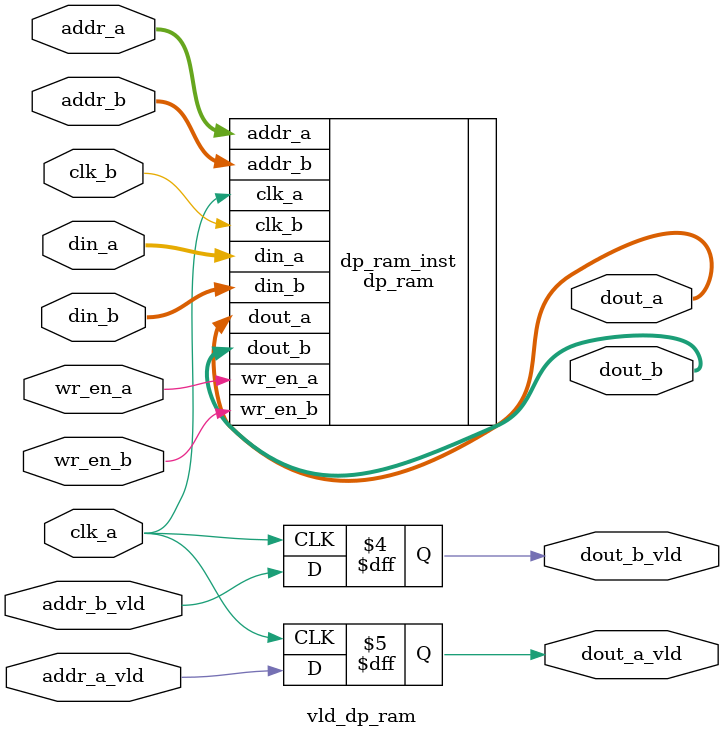
<source format=v>

`timescale 1 ns / 10 ps  // time-unit = 1 ns, precision = 10 ps

module vld_dp_ram #(
    parameter integer DATA_WIDTH = 32,
    parameter integer ADDR_WIDTH = 12
) (
    input                       clk_a,
    input                       wr_en_a,
    input                       addr_a_vld,
    input      [ADDR_WIDTH-1:0] addr_a,
    input      [DATA_WIDTH-1:0] din_a,
    output reg                  dout_a_vld,
    output     [DATA_WIDTH-1:0] dout_a,
    input                       clk_b,
    input                       wr_en_b,
    input                       addr_b_vld,
    input      [ADDR_WIDTH-1:0] addr_b,
    input      [DATA_WIDTH-1:0] din_b,
    output reg                  dout_b_vld,
    output     [DATA_WIDTH-1:0] dout_b
);

    initial begin
        dout_a_vld = 1'b0;
        dout_b_vld = 1'b0;
    end

    always @(posedge clk_a) begin
        dout_a_vld <= addr_a_vld;
    end

    always @(posedge clk_a) begin
        dout_b_vld <= addr_b_vld;
    end

    dp_ram #(
        .DATA_WIDTH(DATA_WIDTH),
        .ADDR_WIDTH(ADDR_WIDTH)
    ) dp_ram_inst (
        .clk_a  (clk_a),
        .wr_en_a(wr_en_a),
        .addr_a (addr_a),
        .din_a  (din_a),
        .dout_a (dout_a),
        .clk_b  (clk_b),
        .wr_en_b(wr_en_b),
        .addr_b (addr_b),
        .din_b  (din_b),
        .dout_b (dout_b)
    );

endmodule

</source>
